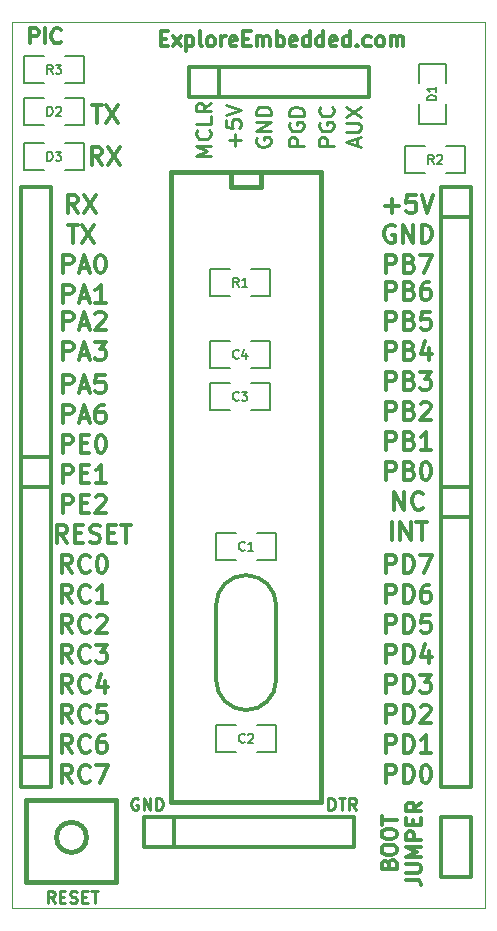
<source format=gto>
G04 #@! TF.FileFunction,Legend,Top*
%FSLAX46Y46*%
G04 Gerber Fmt 4.6, Leading zero omitted, Abs format (unit mm)*
G04 Created by KiCad (PCBNEW (2015-01-16 BZR 5376)-product) date 6/25/2015 4:24:30 PM*
%MOMM*%
G01*
G04 APERTURE LIST*
%ADD10C,0.150000*%
%ADD11C,0.300000*%
%ADD12C,0.254000*%
%ADD13C,0.100000*%
%ADD14C,0.317500*%
%ADD15C,0.127000*%
%ADD16C,0.304800*%
%ADD17C,0.381000*%
G04 APERTURE END LIST*
D10*
D11*
X220358286Y-146249571D02*
X220418762Y-146068142D01*
X220479238Y-146007666D01*
X220600190Y-145947190D01*
X220781619Y-145947190D01*
X220902571Y-146007666D01*
X220963048Y-146068142D01*
X221023524Y-146189095D01*
X221023524Y-146672904D01*
X219753524Y-146672904D01*
X219753524Y-146249571D01*
X219814000Y-146128618D01*
X219874476Y-146068142D01*
X219995429Y-146007666D01*
X220116381Y-146007666D01*
X220237333Y-146068142D01*
X220297810Y-146128618D01*
X220358286Y-146249571D01*
X220358286Y-146672904D01*
X219753524Y-145160999D02*
X219753524Y-144919095D01*
X219814000Y-144798142D01*
X219934952Y-144677190D01*
X220176857Y-144616714D01*
X220600190Y-144616714D01*
X220842095Y-144677190D01*
X220963048Y-144798142D01*
X221023524Y-144919095D01*
X221023524Y-145160999D01*
X220963048Y-145281952D01*
X220842095Y-145402904D01*
X220600190Y-145463380D01*
X220176857Y-145463380D01*
X219934952Y-145402904D01*
X219814000Y-145281952D01*
X219753524Y-145160999D01*
X219753524Y-143830523D02*
X219753524Y-143588619D01*
X219814000Y-143467666D01*
X219934952Y-143346714D01*
X220176857Y-143286238D01*
X220600190Y-143286238D01*
X220842095Y-143346714D01*
X220963048Y-143467666D01*
X221023524Y-143588619D01*
X221023524Y-143830523D01*
X220963048Y-143951476D01*
X220842095Y-144072428D01*
X220600190Y-144132904D01*
X220176857Y-144132904D01*
X219934952Y-144072428D01*
X219814000Y-143951476D01*
X219753524Y-143830523D01*
X219753524Y-142923381D02*
X219753524Y-142197666D01*
X221023524Y-142560523D02*
X219753524Y-142560523D01*
X221831524Y-147580048D02*
X222738667Y-147580048D01*
X222920095Y-147640524D01*
X223041048Y-147761476D01*
X223101524Y-147942905D01*
X223101524Y-148063857D01*
X221831524Y-146975286D02*
X222859619Y-146975286D01*
X222980571Y-146914810D01*
X223041048Y-146854334D01*
X223101524Y-146733381D01*
X223101524Y-146491477D01*
X223041048Y-146370524D01*
X222980571Y-146310048D01*
X222859619Y-146249572D01*
X221831524Y-146249572D01*
X223101524Y-145644810D02*
X221831524Y-145644810D01*
X222738667Y-145221477D01*
X221831524Y-144798143D01*
X223101524Y-144798143D01*
X223101524Y-144193381D02*
X221831524Y-144193381D01*
X221831524Y-143709572D01*
X221892000Y-143588619D01*
X221952476Y-143528143D01*
X222073429Y-143467667D01*
X222254857Y-143467667D01*
X222375810Y-143528143D01*
X222436286Y-143588619D01*
X222496762Y-143709572D01*
X222496762Y-144193381D01*
X222436286Y-142923381D02*
X222436286Y-142500048D01*
X223101524Y-142318619D02*
X223101524Y-142923381D01*
X221831524Y-142923381D01*
X221831524Y-142318619D01*
X223101524Y-141048619D02*
X222496762Y-141471952D01*
X223101524Y-141774333D02*
X221831524Y-141774333D01*
X221831524Y-141290524D01*
X221892000Y-141169571D01*
X221952476Y-141109095D01*
X222073429Y-141048619D01*
X222254857Y-141048619D01*
X222375810Y-141109095D01*
X222436286Y-141169571D01*
X222496762Y-141290524D01*
X222496762Y-141774333D01*
D12*
X215246858Y-141683619D02*
X215246858Y-140667619D01*
X215488763Y-140667619D01*
X215633905Y-140716000D01*
X215730667Y-140812762D01*
X215779048Y-140909524D01*
X215827429Y-141103048D01*
X215827429Y-141248190D01*
X215779048Y-141441714D01*
X215730667Y-141538476D01*
X215633905Y-141635238D01*
X215488763Y-141683619D01*
X215246858Y-141683619D01*
X216117715Y-140667619D02*
X216698286Y-140667619D01*
X216408001Y-141683619D02*
X216408001Y-140667619D01*
X217617524Y-141683619D02*
X217278858Y-141199810D01*
X217036953Y-141683619D02*
X217036953Y-140667619D01*
X217424000Y-140667619D01*
X217520762Y-140716000D01*
X217569143Y-140764381D01*
X217617524Y-140861143D01*
X217617524Y-141006286D01*
X217569143Y-141103048D01*
X217520762Y-141151429D01*
X217424000Y-141199810D01*
X217036953Y-141199810D01*
X199123905Y-140716000D02*
X199027143Y-140667619D01*
X198882000Y-140667619D01*
X198736858Y-140716000D01*
X198640096Y-140812762D01*
X198591715Y-140909524D01*
X198543334Y-141103048D01*
X198543334Y-141248190D01*
X198591715Y-141441714D01*
X198640096Y-141538476D01*
X198736858Y-141635238D01*
X198882000Y-141683619D01*
X198978762Y-141683619D01*
X199123905Y-141635238D01*
X199172286Y-141586857D01*
X199172286Y-141248190D01*
X198978762Y-141248190D01*
X199607715Y-141683619D02*
X199607715Y-140667619D01*
X200188286Y-141683619D01*
X200188286Y-140667619D01*
X200672096Y-141683619D02*
X200672096Y-140667619D01*
X200914001Y-140667619D01*
X201059143Y-140716000D01*
X201155905Y-140812762D01*
X201204286Y-140909524D01*
X201252667Y-141103048D01*
X201252667Y-141248190D01*
X201204286Y-141441714D01*
X201155905Y-141538476D01*
X201059143Y-141635238D01*
X200914001Y-141683619D01*
X200672096Y-141683619D01*
D11*
X195199143Y-81982571D02*
X196056286Y-81982571D01*
X195627715Y-83482571D02*
X195627715Y-81982571D01*
X196413429Y-81982571D02*
X197413429Y-83482571D01*
X197413429Y-81982571D02*
X196413429Y-83482571D01*
D13*
X228500000Y-150000000D02*
X188500000Y-150000000D01*
X228500000Y-75000000D02*
X228500000Y-150000000D01*
X188500000Y-75000000D02*
X188500000Y-150000000D01*
X188500000Y-75000000D02*
X228500000Y-75000000D01*
D11*
X189992000Y-76774524D02*
X189992000Y-75504524D01*
X190475809Y-75504524D01*
X190596762Y-75565000D01*
X190657238Y-75625476D01*
X190717714Y-75746429D01*
X190717714Y-75927857D01*
X190657238Y-76048810D01*
X190596762Y-76109286D01*
X190475809Y-76169762D01*
X189992000Y-76169762D01*
X191262000Y-76774524D02*
X191262000Y-75504524D01*
X192592476Y-76653571D02*
X192532000Y-76714048D01*
X192350571Y-76774524D01*
X192229619Y-76774524D01*
X192048191Y-76714048D01*
X191927238Y-76593095D01*
X191866762Y-76472143D01*
X191806286Y-76230238D01*
X191806286Y-76048810D01*
X191866762Y-75806905D01*
X191927238Y-75685952D01*
X192048191Y-75565000D01*
X192229619Y-75504524D01*
X192350571Y-75504524D01*
X192532000Y-75565000D01*
X192592476Y-75625476D01*
X196092001Y-87038571D02*
X195592001Y-86324286D01*
X195234858Y-87038571D02*
X195234858Y-85538571D01*
X195806286Y-85538571D01*
X195949144Y-85610000D01*
X196020572Y-85681429D01*
X196092001Y-85824286D01*
X196092001Y-86038571D01*
X196020572Y-86181429D01*
X195949144Y-86252857D01*
X195806286Y-86324286D01*
X195234858Y-86324286D01*
X196592001Y-85538571D02*
X197592001Y-87038571D01*
X197592001Y-85538571D02*
X196592001Y-87038571D01*
D14*
X201047048Y-76363286D02*
X201470381Y-76363286D01*
X201651810Y-77028524D02*
X201047048Y-77028524D01*
X201047048Y-75758524D01*
X201651810Y-75758524D01*
X202075144Y-77028524D02*
X202740382Y-76181857D01*
X202075144Y-76181857D02*
X202740382Y-77028524D01*
X203224191Y-76181857D02*
X203224191Y-77451857D01*
X203224191Y-76242333D02*
X203345143Y-76181857D01*
X203587048Y-76181857D01*
X203708000Y-76242333D01*
X203768477Y-76302810D01*
X203828953Y-76423762D01*
X203828953Y-76786619D01*
X203768477Y-76907571D01*
X203708000Y-76968048D01*
X203587048Y-77028524D01*
X203345143Y-77028524D01*
X203224191Y-76968048D01*
X204554668Y-77028524D02*
X204433715Y-76968048D01*
X204373239Y-76847095D01*
X204373239Y-75758524D01*
X205219906Y-77028524D02*
X205098953Y-76968048D01*
X205038477Y-76907571D01*
X204978001Y-76786619D01*
X204978001Y-76423762D01*
X205038477Y-76302810D01*
X205098953Y-76242333D01*
X205219906Y-76181857D01*
X205401334Y-76181857D01*
X205522286Y-76242333D01*
X205582763Y-76302810D01*
X205643239Y-76423762D01*
X205643239Y-76786619D01*
X205582763Y-76907571D01*
X205522286Y-76968048D01*
X205401334Y-77028524D01*
X205219906Y-77028524D01*
X206187525Y-77028524D02*
X206187525Y-76181857D01*
X206187525Y-76423762D02*
X206248001Y-76302810D01*
X206308477Y-76242333D01*
X206429430Y-76181857D01*
X206550382Y-76181857D01*
X207457524Y-76968048D02*
X207336572Y-77028524D01*
X207094667Y-77028524D01*
X206973715Y-76968048D01*
X206913239Y-76847095D01*
X206913239Y-76363286D01*
X206973715Y-76242333D01*
X207094667Y-76181857D01*
X207336572Y-76181857D01*
X207457524Y-76242333D01*
X207518001Y-76363286D01*
X207518001Y-76484238D01*
X206913239Y-76605190D01*
X208062286Y-76363286D02*
X208485619Y-76363286D01*
X208667048Y-77028524D02*
X208062286Y-77028524D01*
X208062286Y-75758524D01*
X208667048Y-75758524D01*
X209211334Y-77028524D02*
X209211334Y-76181857D01*
X209211334Y-76302810D02*
X209271810Y-76242333D01*
X209392763Y-76181857D01*
X209574191Y-76181857D01*
X209695143Y-76242333D01*
X209755620Y-76363286D01*
X209755620Y-77028524D01*
X209755620Y-76363286D02*
X209816096Y-76242333D01*
X209937048Y-76181857D01*
X210118477Y-76181857D01*
X210239429Y-76242333D01*
X210299905Y-76363286D01*
X210299905Y-77028524D01*
X210904667Y-77028524D02*
X210904667Y-75758524D01*
X210904667Y-76242333D02*
X211025619Y-76181857D01*
X211267524Y-76181857D01*
X211388476Y-76242333D01*
X211448953Y-76302810D01*
X211509429Y-76423762D01*
X211509429Y-76786619D01*
X211448953Y-76907571D01*
X211388476Y-76968048D01*
X211267524Y-77028524D01*
X211025619Y-77028524D01*
X210904667Y-76968048D01*
X212537524Y-76968048D02*
X212416572Y-77028524D01*
X212174667Y-77028524D01*
X212053715Y-76968048D01*
X211993239Y-76847095D01*
X211993239Y-76363286D01*
X212053715Y-76242333D01*
X212174667Y-76181857D01*
X212416572Y-76181857D01*
X212537524Y-76242333D01*
X212598001Y-76363286D01*
X212598001Y-76484238D01*
X211993239Y-76605190D01*
X213686572Y-77028524D02*
X213686572Y-75758524D01*
X213686572Y-76968048D02*
X213565619Y-77028524D01*
X213323715Y-77028524D01*
X213202762Y-76968048D01*
X213142286Y-76907571D01*
X213081810Y-76786619D01*
X213081810Y-76423762D01*
X213142286Y-76302810D01*
X213202762Y-76242333D01*
X213323715Y-76181857D01*
X213565619Y-76181857D01*
X213686572Y-76242333D01*
X214835620Y-77028524D02*
X214835620Y-75758524D01*
X214835620Y-76968048D02*
X214714667Y-77028524D01*
X214472763Y-77028524D01*
X214351810Y-76968048D01*
X214291334Y-76907571D01*
X214230858Y-76786619D01*
X214230858Y-76423762D01*
X214291334Y-76302810D01*
X214351810Y-76242333D01*
X214472763Y-76181857D01*
X214714667Y-76181857D01*
X214835620Y-76242333D01*
X215924191Y-76968048D02*
X215803239Y-77028524D01*
X215561334Y-77028524D01*
X215440382Y-76968048D01*
X215379906Y-76847095D01*
X215379906Y-76363286D01*
X215440382Y-76242333D01*
X215561334Y-76181857D01*
X215803239Y-76181857D01*
X215924191Y-76242333D01*
X215984668Y-76363286D01*
X215984668Y-76484238D01*
X215379906Y-76605190D01*
X217073239Y-77028524D02*
X217073239Y-75758524D01*
X217073239Y-76968048D02*
X216952286Y-77028524D01*
X216710382Y-77028524D01*
X216589429Y-76968048D01*
X216528953Y-76907571D01*
X216468477Y-76786619D01*
X216468477Y-76423762D01*
X216528953Y-76302810D01*
X216589429Y-76242333D01*
X216710382Y-76181857D01*
X216952286Y-76181857D01*
X217073239Y-76242333D01*
X217678001Y-76907571D02*
X217738477Y-76968048D01*
X217678001Y-77028524D01*
X217617525Y-76968048D01*
X217678001Y-76907571D01*
X217678001Y-77028524D01*
X218827049Y-76968048D02*
X218706096Y-77028524D01*
X218464192Y-77028524D01*
X218343239Y-76968048D01*
X218282763Y-76907571D01*
X218222287Y-76786619D01*
X218222287Y-76423762D01*
X218282763Y-76302810D01*
X218343239Y-76242333D01*
X218464192Y-76181857D01*
X218706096Y-76181857D01*
X218827049Y-76242333D01*
X219552763Y-77028524D02*
X219431810Y-76968048D01*
X219371334Y-76907571D01*
X219310858Y-76786619D01*
X219310858Y-76423762D01*
X219371334Y-76302810D01*
X219431810Y-76242333D01*
X219552763Y-76181857D01*
X219734191Y-76181857D01*
X219855143Y-76242333D01*
X219915620Y-76302810D01*
X219976096Y-76423762D01*
X219976096Y-76786619D01*
X219915620Y-76907571D01*
X219855143Y-76968048D01*
X219734191Y-77028524D01*
X219552763Y-77028524D01*
X220520382Y-77028524D02*
X220520382Y-76181857D01*
X220520382Y-76302810D02*
X220580858Y-76242333D01*
X220701811Y-76181857D01*
X220883239Y-76181857D01*
X221004191Y-76242333D01*
X221064668Y-76363286D01*
X221064668Y-77028524D01*
X221064668Y-76363286D02*
X221125144Y-76242333D01*
X221246096Y-76181857D01*
X221427525Y-76181857D01*
X221548477Y-76242333D01*
X221608953Y-76363286D01*
X221608953Y-77028524D01*
D11*
X220638857Y-118788571D02*
X220638857Y-117288571D01*
X221353143Y-118788571D02*
X221353143Y-117288571D01*
X222210286Y-118788571D01*
X222210286Y-117288571D01*
X222710286Y-117288571D02*
X223567429Y-117288571D01*
X223138858Y-118788571D02*
X223138858Y-117288571D01*
X220817429Y-116248571D02*
X220817429Y-114748571D01*
X221674572Y-116248571D01*
X221674572Y-114748571D01*
X223246001Y-116105714D02*
X223174572Y-116177143D01*
X222960286Y-116248571D01*
X222817429Y-116248571D01*
X222603144Y-116177143D01*
X222460286Y-116034286D01*
X222388858Y-115891429D01*
X222317429Y-115605714D01*
X222317429Y-115391429D01*
X222388858Y-115105714D01*
X222460286Y-114962857D01*
X222603144Y-114820000D01*
X222817429Y-114748571D01*
X222960286Y-114748571D01*
X223174572Y-114820000D01*
X223246001Y-114891429D01*
X220067429Y-90531143D02*
X221210286Y-90531143D01*
X220638857Y-91102571D02*
X220638857Y-89959714D01*
X222638858Y-89602571D02*
X221924572Y-89602571D01*
X221853143Y-90316857D01*
X221924572Y-90245429D01*
X222067429Y-90174000D01*
X222424572Y-90174000D01*
X222567429Y-90245429D01*
X222638858Y-90316857D01*
X222710286Y-90459714D01*
X222710286Y-90816857D01*
X222638858Y-90959714D01*
X222567429Y-91031143D01*
X222424572Y-91102571D01*
X222067429Y-91102571D01*
X221924572Y-91031143D01*
X221853143Y-90959714D01*
X223138857Y-89602571D02*
X223638857Y-91102571D01*
X224138857Y-89602571D01*
X220853143Y-92214000D02*
X220710286Y-92142571D01*
X220496000Y-92142571D01*
X220281715Y-92214000D01*
X220138857Y-92356857D01*
X220067429Y-92499714D01*
X219996000Y-92785429D01*
X219996000Y-92999714D01*
X220067429Y-93285429D01*
X220138857Y-93428286D01*
X220281715Y-93571143D01*
X220496000Y-93642571D01*
X220638857Y-93642571D01*
X220853143Y-93571143D01*
X220924572Y-93499714D01*
X220924572Y-92999714D01*
X220638857Y-92999714D01*
X221567429Y-93642571D02*
X221567429Y-92142571D01*
X222424572Y-93642571D01*
X222424572Y-92142571D01*
X223138858Y-93642571D02*
X223138858Y-92142571D01*
X223496001Y-92142571D01*
X223710286Y-92214000D01*
X223853144Y-92356857D01*
X223924572Y-92499714D01*
X223996001Y-92785429D01*
X223996001Y-92999714D01*
X223924572Y-93285429D01*
X223853144Y-93428286D01*
X223710286Y-93571143D01*
X223496001Y-93642571D01*
X223138858Y-93642571D01*
X220138858Y-113708571D02*
X220138858Y-112208571D01*
X220710286Y-112208571D01*
X220853144Y-112280000D01*
X220924572Y-112351429D01*
X220996001Y-112494286D01*
X220996001Y-112708571D01*
X220924572Y-112851429D01*
X220853144Y-112922857D01*
X220710286Y-112994286D01*
X220138858Y-112994286D01*
X222138858Y-112922857D02*
X222353144Y-112994286D01*
X222424572Y-113065714D01*
X222496001Y-113208571D01*
X222496001Y-113422857D01*
X222424572Y-113565714D01*
X222353144Y-113637143D01*
X222210286Y-113708571D01*
X221638858Y-113708571D01*
X221638858Y-112208571D01*
X222138858Y-112208571D01*
X222281715Y-112280000D01*
X222353144Y-112351429D01*
X222424572Y-112494286D01*
X222424572Y-112637143D01*
X222353144Y-112780000D01*
X222281715Y-112851429D01*
X222138858Y-112922857D01*
X221638858Y-112922857D01*
X223424572Y-112208571D02*
X223567429Y-112208571D01*
X223710286Y-112280000D01*
X223781715Y-112351429D01*
X223853144Y-112494286D01*
X223924572Y-112780000D01*
X223924572Y-113137143D01*
X223853144Y-113422857D01*
X223781715Y-113565714D01*
X223710286Y-113637143D01*
X223567429Y-113708571D01*
X223424572Y-113708571D01*
X223281715Y-113637143D01*
X223210286Y-113565714D01*
X223138858Y-113422857D01*
X223067429Y-113137143D01*
X223067429Y-112780000D01*
X223138858Y-112494286D01*
X223210286Y-112351429D01*
X223281715Y-112280000D01*
X223424572Y-112208571D01*
X220138858Y-111168571D02*
X220138858Y-109668571D01*
X220710286Y-109668571D01*
X220853144Y-109740000D01*
X220924572Y-109811429D01*
X220996001Y-109954286D01*
X220996001Y-110168571D01*
X220924572Y-110311429D01*
X220853144Y-110382857D01*
X220710286Y-110454286D01*
X220138858Y-110454286D01*
X222138858Y-110382857D02*
X222353144Y-110454286D01*
X222424572Y-110525714D01*
X222496001Y-110668571D01*
X222496001Y-110882857D01*
X222424572Y-111025714D01*
X222353144Y-111097143D01*
X222210286Y-111168571D01*
X221638858Y-111168571D01*
X221638858Y-109668571D01*
X222138858Y-109668571D01*
X222281715Y-109740000D01*
X222353144Y-109811429D01*
X222424572Y-109954286D01*
X222424572Y-110097143D01*
X222353144Y-110240000D01*
X222281715Y-110311429D01*
X222138858Y-110382857D01*
X221638858Y-110382857D01*
X223924572Y-111168571D02*
X223067429Y-111168571D01*
X223496001Y-111168571D02*
X223496001Y-109668571D01*
X223353144Y-109882857D01*
X223210286Y-110025714D01*
X223067429Y-110097143D01*
X220138858Y-108628571D02*
X220138858Y-107128571D01*
X220710286Y-107128571D01*
X220853144Y-107200000D01*
X220924572Y-107271429D01*
X220996001Y-107414286D01*
X220996001Y-107628571D01*
X220924572Y-107771429D01*
X220853144Y-107842857D01*
X220710286Y-107914286D01*
X220138858Y-107914286D01*
X222138858Y-107842857D02*
X222353144Y-107914286D01*
X222424572Y-107985714D01*
X222496001Y-108128571D01*
X222496001Y-108342857D01*
X222424572Y-108485714D01*
X222353144Y-108557143D01*
X222210286Y-108628571D01*
X221638858Y-108628571D01*
X221638858Y-107128571D01*
X222138858Y-107128571D01*
X222281715Y-107200000D01*
X222353144Y-107271429D01*
X222424572Y-107414286D01*
X222424572Y-107557143D01*
X222353144Y-107700000D01*
X222281715Y-107771429D01*
X222138858Y-107842857D01*
X221638858Y-107842857D01*
X223067429Y-107271429D02*
X223138858Y-107200000D01*
X223281715Y-107128571D01*
X223638858Y-107128571D01*
X223781715Y-107200000D01*
X223853144Y-107271429D01*
X223924572Y-107414286D01*
X223924572Y-107557143D01*
X223853144Y-107771429D01*
X222996001Y-108628571D01*
X223924572Y-108628571D01*
X220138858Y-106088571D02*
X220138858Y-104588571D01*
X220710286Y-104588571D01*
X220853144Y-104660000D01*
X220924572Y-104731429D01*
X220996001Y-104874286D01*
X220996001Y-105088571D01*
X220924572Y-105231429D01*
X220853144Y-105302857D01*
X220710286Y-105374286D01*
X220138858Y-105374286D01*
X222138858Y-105302857D02*
X222353144Y-105374286D01*
X222424572Y-105445714D01*
X222496001Y-105588571D01*
X222496001Y-105802857D01*
X222424572Y-105945714D01*
X222353144Y-106017143D01*
X222210286Y-106088571D01*
X221638858Y-106088571D01*
X221638858Y-104588571D01*
X222138858Y-104588571D01*
X222281715Y-104660000D01*
X222353144Y-104731429D01*
X222424572Y-104874286D01*
X222424572Y-105017143D01*
X222353144Y-105160000D01*
X222281715Y-105231429D01*
X222138858Y-105302857D01*
X221638858Y-105302857D01*
X222996001Y-104588571D02*
X223924572Y-104588571D01*
X223424572Y-105160000D01*
X223638858Y-105160000D01*
X223781715Y-105231429D01*
X223853144Y-105302857D01*
X223924572Y-105445714D01*
X223924572Y-105802857D01*
X223853144Y-105945714D01*
X223781715Y-106017143D01*
X223638858Y-106088571D01*
X223210286Y-106088571D01*
X223067429Y-106017143D01*
X222996001Y-105945714D01*
X220138858Y-103548571D02*
X220138858Y-102048571D01*
X220710286Y-102048571D01*
X220853144Y-102120000D01*
X220924572Y-102191429D01*
X220996001Y-102334286D01*
X220996001Y-102548571D01*
X220924572Y-102691429D01*
X220853144Y-102762857D01*
X220710286Y-102834286D01*
X220138858Y-102834286D01*
X222138858Y-102762857D02*
X222353144Y-102834286D01*
X222424572Y-102905714D01*
X222496001Y-103048571D01*
X222496001Y-103262857D01*
X222424572Y-103405714D01*
X222353144Y-103477143D01*
X222210286Y-103548571D01*
X221638858Y-103548571D01*
X221638858Y-102048571D01*
X222138858Y-102048571D01*
X222281715Y-102120000D01*
X222353144Y-102191429D01*
X222424572Y-102334286D01*
X222424572Y-102477143D01*
X222353144Y-102620000D01*
X222281715Y-102691429D01*
X222138858Y-102762857D01*
X221638858Y-102762857D01*
X223781715Y-102548571D02*
X223781715Y-103548571D01*
X223424572Y-101977143D02*
X223067429Y-103048571D01*
X223996001Y-103048571D01*
X220138858Y-101008571D02*
X220138858Y-99508571D01*
X220710286Y-99508571D01*
X220853144Y-99580000D01*
X220924572Y-99651429D01*
X220996001Y-99794286D01*
X220996001Y-100008571D01*
X220924572Y-100151429D01*
X220853144Y-100222857D01*
X220710286Y-100294286D01*
X220138858Y-100294286D01*
X222138858Y-100222857D02*
X222353144Y-100294286D01*
X222424572Y-100365714D01*
X222496001Y-100508571D01*
X222496001Y-100722857D01*
X222424572Y-100865714D01*
X222353144Y-100937143D01*
X222210286Y-101008571D01*
X221638858Y-101008571D01*
X221638858Y-99508571D01*
X222138858Y-99508571D01*
X222281715Y-99580000D01*
X222353144Y-99651429D01*
X222424572Y-99794286D01*
X222424572Y-99937143D01*
X222353144Y-100080000D01*
X222281715Y-100151429D01*
X222138858Y-100222857D01*
X221638858Y-100222857D01*
X223853144Y-99508571D02*
X223138858Y-99508571D01*
X223067429Y-100222857D01*
X223138858Y-100151429D01*
X223281715Y-100080000D01*
X223638858Y-100080000D01*
X223781715Y-100151429D01*
X223853144Y-100222857D01*
X223924572Y-100365714D01*
X223924572Y-100722857D01*
X223853144Y-100865714D01*
X223781715Y-100937143D01*
X223638858Y-101008571D01*
X223281715Y-101008571D01*
X223138858Y-100937143D01*
X223067429Y-100865714D01*
X220138858Y-98468571D02*
X220138858Y-96968571D01*
X220710286Y-96968571D01*
X220853144Y-97040000D01*
X220924572Y-97111429D01*
X220996001Y-97254286D01*
X220996001Y-97468571D01*
X220924572Y-97611429D01*
X220853144Y-97682857D01*
X220710286Y-97754286D01*
X220138858Y-97754286D01*
X222138858Y-97682857D02*
X222353144Y-97754286D01*
X222424572Y-97825714D01*
X222496001Y-97968571D01*
X222496001Y-98182857D01*
X222424572Y-98325714D01*
X222353144Y-98397143D01*
X222210286Y-98468571D01*
X221638858Y-98468571D01*
X221638858Y-96968571D01*
X222138858Y-96968571D01*
X222281715Y-97040000D01*
X222353144Y-97111429D01*
X222424572Y-97254286D01*
X222424572Y-97397143D01*
X222353144Y-97540000D01*
X222281715Y-97611429D01*
X222138858Y-97682857D01*
X221638858Y-97682857D01*
X223781715Y-96968571D02*
X223496001Y-96968571D01*
X223353144Y-97040000D01*
X223281715Y-97111429D01*
X223138858Y-97325714D01*
X223067429Y-97611429D01*
X223067429Y-98182857D01*
X223138858Y-98325714D01*
X223210286Y-98397143D01*
X223353144Y-98468571D01*
X223638858Y-98468571D01*
X223781715Y-98397143D01*
X223853144Y-98325714D01*
X223924572Y-98182857D01*
X223924572Y-97825714D01*
X223853144Y-97682857D01*
X223781715Y-97611429D01*
X223638858Y-97540000D01*
X223353144Y-97540000D01*
X223210286Y-97611429D01*
X223138858Y-97682857D01*
X223067429Y-97825714D01*
X220138858Y-96182571D02*
X220138858Y-94682571D01*
X220710286Y-94682571D01*
X220853144Y-94754000D01*
X220924572Y-94825429D01*
X220996001Y-94968286D01*
X220996001Y-95182571D01*
X220924572Y-95325429D01*
X220853144Y-95396857D01*
X220710286Y-95468286D01*
X220138858Y-95468286D01*
X222138858Y-95396857D02*
X222353144Y-95468286D01*
X222424572Y-95539714D01*
X222496001Y-95682571D01*
X222496001Y-95896857D01*
X222424572Y-96039714D01*
X222353144Y-96111143D01*
X222210286Y-96182571D01*
X221638858Y-96182571D01*
X221638858Y-94682571D01*
X222138858Y-94682571D01*
X222281715Y-94754000D01*
X222353144Y-94825429D01*
X222424572Y-94968286D01*
X222424572Y-95111143D01*
X222353144Y-95254000D01*
X222281715Y-95325429D01*
X222138858Y-95396857D01*
X221638858Y-95396857D01*
X222996001Y-94682571D02*
X223996001Y-94682571D01*
X223353144Y-96182571D01*
X220138858Y-139362571D02*
X220138858Y-137862571D01*
X220710286Y-137862571D01*
X220853144Y-137934000D01*
X220924572Y-138005429D01*
X220996001Y-138148286D01*
X220996001Y-138362571D01*
X220924572Y-138505429D01*
X220853144Y-138576857D01*
X220710286Y-138648286D01*
X220138858Y-138648286D01*
X221638858Y-139362571D02*
X221638858Y-137862571D01*
X221996001Y-137862571D01*
X222210286Y-137934000D01*
X222353144Y-138076857D01*
X222424572Y-138219714D01*
X222496001Y-138505429D01*
X222496001Y-138719714D01*
X222424572Y-139005429D01*
X222353144Y-139148286D01*
X222210286Y-139291143D01*
X221996001Y-139362571D01*
X221638858Y-139362571D01*
X223424572Y-137862571D02*
X223567429Y-137862571D01*
X223710286Y-137934000D01*
X223781715Y-138005429D01*
X223853144Y-138148286D01*
X223924572Y-138434000D01*
X223924572Y-138791143D01*
X223853144Y-139076857D01*
X223781715Y-139219714D01*
X223710286Y-139291143D01*
X223567429Y-139362571D01*
X223424572Y-139362571D01*
X223281715Y-139291143D01*
X223210286Y-139219714D01*
X223138858Y-139076857D01*
X223067429Y-138791143D01*
X223067429Y-138434000D01*
X223138858Y-138148286D01*
X223210286Y-138005429D01*
X223281715Y-137934000D01*
X223424572Y-137862571D01*
X220138858Y-136822571D02*
X220138858Y-135322571D01*
X220710286Y-135322571D01*
X220853144Y-135394000D01*
X220924572Y-135465429D01*
X220996001Y-135608286D01*
X220996001Y-135822571D01*
X220924572Y-135965429D01*
X220853144Y-136036857D01*
X220710286Y-136108286D01*
X220138858Y-136108286D01*
X221638858Y-136822571D02*
X221638858Y-135322571D01*
X221996001Y-135322571D01*
X222210286Y-135394000D01*
X222353144Y-135536857D01*
X222424572Y-135679714D01*
X222496001Y-135965429D01*
X222496001Y-136179714D01*
X222424572Y-136465429D01*
X222353144Y-136608286D01*
X222210286Y-136751143D01*
X221996001Y-136822571D01*
X221638858Y-136822571D01*
X223924572Y-136822571D02*
X223067429Y-136822571D01*
X223496001Y-136822571D02*
X223496001Y-135322571D01*
X223353144Y-135536857D01*
X223210286Y-135679714D01*
X223067429Y-135751143D01*
X220138858Y-134282571D02*
X220138858Y-132782571D01*
X220710286Y-132782571D01*
X220853144Y-132854000D01*
X220924572Y-132925429D01*
X220996001Y-133068286D01*
X220996001Y-133282571D01*
X220924572Y-133425429D01*
X220853144Y-133496857D01*
X220710286Y-133568286D01*
X220138858Y-133568286D01*
X221638858Y-134282571D02*
X221638858Y-132782571D01*
X221996001Y-132782571D01*
X222210286Y-132854000D01*
X222353144Y-132996857D01*
X222424572Y-133139714D01*
X222496001Y-133425429D01*
X222496001Y-133639714D01*
X222424572Y-133925429D01*
X222353144Y-134068286D01*
X222210286Y-134211143D01*
X221996001Y-134282571D01*
X221638858Y-134282571D01*
X223067429Y-132925429D02*
X223138858Y-132854000D01*
X223281715Y-132782571D01*
X223638858Y-132782571D01*
X223781715Y-132854000D01*
X223853144Y-132925429D01*
X223924572Y-133068286D01*
X223924572Y-133211143D01*
X223853144Y-133425429D01*
X222996001Y-134282571D01*
X223924572Y-134282571D01*
X220138858Y-131742571D02*
X220138858Y-130242571D01*
X220710286Y-130242571D01*
X220853144Y-130314000D01*
X220924572Y-130385429D01*
X220996001Y-130528286D01*
X220996001Y-130742571D01*
X220924572Y-130885429D01*
X220853144Y-130956857D01*
X220710286Y-131028286D01*
X220138858Y-131028286D01*
X221638858Y-131742571D02*
X221638858Y-130242571D01*
X221996001Y-130242571D01*
X222210286Y-130314000D01*
X222353144Y-130456857D01*
X222424572Y-130599714D01*
X222496001Y-130885429D01*
X222496001Y-131099714D01*
X222424572Y-131385429D01*
X222353144Y-131528286D01*
X222210286Y-131671143D01*
X221996001Y-131742571D01*
X221638858Y-131742571D01*
X222996001Y-130242571D02*
X223924572Y-130242571D01*
X223424572Y-130814000D01*
X223638858Y-130814000D01*
X223781715Y-130885429D01*
X223853144Y-130956857D01*
X223924572Y-131099714D01*
X223924572Y-131456857D01*
X223853144Y-131599714D01*
X223781715Y-131671143D01*
X223638858Y-131742571D01*
X223210286Y-131742571D01*
X223067429Y-131671143D01*
X222996001Y-131599714D01*
X220138858Y-129202571D02*
X220138858Y-127702571D01*
X220710286Y-127702571D01*
X220853144Y-127774000D01*
X220924572Y-127845429D01*
X220996001Y-127988286D01*
X220996001Y-128202571D01*
X220924572Y-128345429D01*
X220853144Y-128416857D01*
X220710286Y-128488286D01*
X220138858Y-128488286D01*
X221638858Y-129202571D02*
X221638858Y-127702571D01*
X221996001Y-127702571D01*
X222210286Y-127774000D01*
X222353144Y-127916857D01*
X222424572Y-128059714D01*
X222496001Y-128345429D01*
X222496001Y-128559714D01*
X222424572Y-128845429D01*
X222353144Y-128988286D01*
X222210286Y-129131143D01*
X221996001Y-129202571D01*
X221638858Y-129202571D01*
X223781715Y-128202571D02*
X223781715Y-129202571D01*
X223424572Y-127631143D02*
X223067429Y-128702571D01*
X223996001Y-128702571D01*
X220138858Y-126662571D02*
X220138858Y-125162571D01*
X220710286Y-125162571D01*
X220853144Y-125234000D01*
X220924572Y-125305429D01*
X220996001Y-125448286D01*
X220996001Y-125662571D01*
X220924572Y-125805429D01*
X220853144Y-125876857D01*
X220710286Y-125948286D01*
X220138858Y-125948286D01*
X221638858Y-126662571D02*
X221638858Y-125162571D01*
X221996001Y-125162571D01*
X222210286Y-125234000D01*
X222353144Y-125376857D01*
X222424572Y-125519714D01*
X222496001Y-125805429D01*
X222496001Y-126019714D01*
X222424572Y-126305429D01*
X222353144Y-126448286D01*
X222210286Y-126591143D01*
X221996001Y-126662571D01*
X221638858Y-126662571D01*
X223853144Y-125162571D02*
X223138858Y-125162571D01*
X223067429Y-125876857D01*
X223138858Y-125805429D01*
X223281715Y-125734000D01*
X223638858Y-125734000D01*
X223781715Y-125805429D01*
X223853144Y-125876857D01*
X223924572Y-126019714D01*
X223924572Y-126376857D01*
X223853144Y-126519714D01*
X223781715Y-126591143D01*
X223638858Y-126662571D01*
X223281715Y-126662571D01*
X223138858Y-126591143D01*
X223067429Y-126519714D01*
X220138858Y-124122571D02*
X220138858Y-122622571D01*
X220710286Y-122622571D01*
X220853144Y-122694000D01*
X220924572Y-122765429D01*
X220996001Y-122908286D01*
X220996001Y-123122571D01*
X220924572Y-123265429D01*
X220853144Y-123336857D01*
X220710286Y-123408286D01*
X220138858Y-123408286D01*
X221638858Y-124122571D02*
X221638858Y-122622571D01*
X221996001Y-122622571D01*
X222210286Y-122694000D01*
X222353144Y-122836857D01*
X222424572Y-122979714D01*
X222496001Y-123265429D01*
X222496001Y-123479714D01*
X222424572Y-123765429D01*
X222353144Y-123908286D01*
X222210286Y-124051143D01*
X221996001Y-124122571D01*
X221638858Y-124122571D01*
X223781715Y-122622571D02*
X223496001Y-122622571D01*
X223353144Y-122694000D01*
X223281715Y-122765429D01*
X223138858Y-122979714D01*
X223067429Y-123265429D01*
X223067429Y-123836857D01*
X223138858Y-123979714D01*
X223210286Y-124051143D01*
X223353144Y-124122571D01*
X223638858Y-124122571D01*
X223781715Y-124051143D01*
X223853144Y-123979714D01*
X223924572Y-123836857D01*
X223924572Y-123479714D01*
X223853144Y-123336857D01*
X223781715Y-123265429D01*
X223638858Y-123194000D01*
X223353144Y-123194000D01*
X223210286Y-123265429D01*
X223138858Y-123336857D01*
X223067429Y-123479714D01*
X220138858Y-121582571D02*
X220138858Y-120082571D01*
X220710286Y-120082571D01*
X220853144Y-120154000D01*
X220924572Y-120225429D01*
X220996001Y-120368286D01*
X220996001Y-120582571D01*
X220924572Y-120725429D01*
X220853144Y-120796857D01*
X220710286Y-120868286D01*
X220138858Y-120868286D01*
X221638858Y-121582571D02*
X221638858Y-120082571D01*
X221996001Y-120082571D01*
X222210286Y-120154000D01*
X222353144Y-120296857D01*
X222424572Y-120439714D01*
X222496001Y-120725429D01*
X222496001Y-120939714D01*
X222424572Y-121225429D01*
X222353144Y-121368286D01*
X222210286Y-121511143D01*
X221996001Y-121582571D01*
X221638858Y-121582571D01*
X222996001Y-120082571D02*
X223996001Y-120082571D01*
X223353144Y-121582571D01*
X193147429Y-119042571D02*
X192647429Y-118328286D01*
X192290286Y-119042571D02*
X192290286Y-117542571D01*
X192861714Y-117542571D01*
X193004572Y-117614000D01*
X193076000Y-117685429D01*
X193147429Y-117828286D01*
X193147429Y-118042571D01*
X193076000Y-118185429D01*
X193004572Y-118256857D01*
X192861714Y-118328286D01*
X192290286Y-118328286D01*
X193790286Y-118256857D02*
X194290286Y-118256857D01*
X194504572Y-119042571D02*
X193790286Y-119042571D01*
X193790286Y-117542571D01*
X194504572Y-117542571D01*
X195076000Y-118971143D02*
X195290286Y-119042571D01*
X195647429Y-119042571D01*
X195790286Y-118971143D01*
X195861715Y-118899714D01*
X195933143Y-118756857D01*
X195933143Y-118614000D01*
X195861715Y-118471143D01*
X195790286Y-118399714D01*
X195647429Y-118328286D01*
X195361715Y-118256857D01*
X195218857Y-118185429D01*
X195147429Y-118114000D01*
X195076000Y-117971143D01*
X195076000Y-117828286D01*
X195147429Y-117685429D01*
X195218857Y-117614000D01*
X195361715Y-117542571D01*
X195718857Y-117542571D01*
X195933143Y-117614000D01*
X196576000Y-118256857D02*
X197076000Y-118256857D01*
X197290286Y-119042571D02*
X196576000Y-119042571D01*
X196576000Y-117542571D01*
X197290286Y-117542571D01*
X197718857Y-117542571D02*
X198576000Y-117542571D01*
X198147429Y-119042571D02*
X198147429Y-117542571D01*
X193564001Y-139362571D02*
X193064001Y-138648286D01*
X192706858Y-139362571D02*
X192706858Y-137862571D01*
X193278286Y-137862571D01*
X193421144Y-137934000D01*
X193492572Y-138005429D01*
X193564001Y-138148286D01*
X193564001Y-138362571D01*
X193492572Y-138505429D01*
X193421144Y-138576857D01*
X193278286Y-138648286D01*
X192706858Y-138648286D01*
X195064001Y-139219714D02*
X194992572Y-139291143D01*
X194778286Y-139362571D01*
X194635429Y-139362571D01*
X194421144Y-139291143D01*
X194278286Y-139148286D01*
X194206858Y-139005429D01*
X194135429Y-138719714D01*
X194135429Y-138505429D01*
X194206858Y-138219714D01*
X194278286Y-138076857D01*
X194421144Y-137934000D01*
X194635429Y-137862571D01*
X194778286Y-137862571D01*
X194992572Y-137934000D01*
X195064001Y-138005429D01*
X195564001Y-137862571D02*
X196564001Y-137862571D01*
X195921144Y-139362571D01*
X193564001Y-136822571D02*
X193064001Y-136108286D01*
X192706858Y-136822571D02*
X192706858Y-135322571D01*
X193278286Y-135322571D01*
X193421144Y-135394000D01*
X193492572Y-135465429D01*
X193564001Y-135608286D01*
X193564001Y-135822571D01*
X193492572Y-135965429D01*
X193421144Y-136036857D01*
X193278286Y-136108286D01*
X192706858Y-136108286D01*
X195064001Y-136679714D02*
X194992572Y-136751143D01*
X194778286Y-136822571D01*
X194635429Y-136822571D01*
X194421144Y-136751143D01*
X194278286Y-136608286D01*
X194206858Y-136465429D01*
X194135429Y-136179714D01*
X194135429Y-135965429D01*
X194206858Y-135679714D01*
X194278286Y-135536857D01*
X194421144Y-135394000D01*
X194635429Y-135322571D01*
X194778286Y-135322571D01*
X194992572Y-135394000D01*
X195064001Y-135465429D01*
X196349715Y-135322571D02*
X196064001Y-135322571D01*
X195921144Y-135394000D01*
X195849715Y-135465429D01*
X195706858Y-135679714D01*
X195635429Y-135965429D01*
X195635429Y-136536857D01*
X195706858Y-136679714D01*
X195778286Y-136751143D01*
X195921144Y-136822571D01*
X196206858Y-136822571D01*
X196349715Y-136751143D01*
X196421144Y-136679714D01*
X196492572Y-136536857D01*
X196492572Y-136179714D01*
X196421144Y-136036857D01*
X196349715Y-135965429D01*
X196206858Y-135894000D01*
X195921144Y-135894000D01*
X195778286Y-135965429D01*
X195706858Y-136036857D01*
X195635429Y-136179714D01*
X193564001Y-134282571D02*
X193064001Y-133568286D01*
X192706858Y-134282571D02*
X192706858Y-132782571D01*
X193278286Y-132782571D01*
X193421144Y-132854000D01*
X193492572Y-132925429D01*
X193564001Y-133068286D01*
X193564001Y-133282571D01*
X193492572Y-133425429D01*
X193421144Y-133496857D01*
X193278286Y-133568286D01*
X192706858Y-133568286D01*
X195064001Y-134139714D02*
X194992572Y-134211143D01*
X194778286Y-134282571D01*
X194635429Y-134282571D01*
X194421144Y-134211143D01*
X194278286Y-134068286D01*
X194206858Y-133925429D01*
X194135429Y-133639714D01*
X194135429Y-133425429D01*
X194206858Y-133139714D01*
X194278286Y-132996857D01*
X194421144Y-132854000D01*
X194635429Y-132782571D01*
X194778286Y-132782571D01*
X194992572Y-132854000D01*
X195064001Y-132925429D01*
X196421144Y-132782571D02*
X195706858Y-132782571D01*
X195635429Y-133496857D01*
X195706858Y-133425429D01*
X195849715Y-133354000D01*
X196206858Y-133354000D01*
X196349715Y-133425429D01*
X196421144Y-133496857D01*
X196492572Y-133639714D01*
X196492572Y-133996857D01*
X196421144Y-134139714D01*
X196349715Y-134211143D01*
X196206858Y-134282571D01*
X195849715Y-134282571D01*
X195706858Y-134211143D01*
X195635429Y-134139714D01*
X193564001Y-131742571D02*
X193064001Y-131028286D01*
X192706858Y-131742571D02*
X192706858Y-130242571D01*
X193278286Y-130242571D01*
X193421144Y-130314000D01*
X193492572Y-130385429D01*
X193564001Y-130528286D01*
X193564001Y-130742571D01*
X193492572Y-130885429D01*
X193421144Y-130956857D01*
X193278286Y-131028286D01*
X192706858Y-131028286D01*
X195064001Y-131599714D02*
X194992572Y-131671143D01*
X194778286Y-131742571D01*
X194635429Y-131742571D01*
X194421144Y-131671143D01*
X194278286Y-131528286D01*
X194206858Y-131385429D01*
X194135429Y-131099714D01*
X194135429Y-130885429D01*
X194206858Y-130599714D01*
X194278286Y-130456857D01*
X194421144Y-130314000D01*
X194635429Y-130242571D01*
X194778286Y-130242571D01*
X194992572Y-130314000D01*
X195064001Y-130385429D01*
X196349715Y-130742571D02*
X196349715Y-131742571D01*
X195992572Y-130171143D02*
X195635429Y-131242571D01*
X196564001Y-131242571D01*
X193564001Y-129202571D02*
X193064001Y-128488286D01*
X192706858Y-129202571D02*
X192706858Y-127702571D01*
X193278286Y-127702571D01*
X193421144Y-127774000D01*
X193492572Y-127845429D01*
X193564001Y-127988286D01*
X193564001Y-128202571D01*
X193492572Y-128345429D01*
X193421144Y-128416857D01*
X193278286Y-128488286D01*
X192706858Y-128488286D01*
X195064001Y-129059714D02*
X194992572Y-129131143D01*
X194778286Y-129202571D01*
X194635429Y-129202571D01*
X194421144Y-129131143D01*
X194278286Y-128988286D01*
X194206858Y-128845429D01*
X194135429Y-128559714D01*
X194135429Y-128345429D01*
X194206858Y-128059714D01*
X194278286Y-127916857D01*
X194421144Y-127774000D01*
X194635429Y-127702571D01*
X194778286Y-127702571D01*
X194992572Y-127774000D01*
X195064001Y-127845429D01*
X195564001Y-127702571D02*
X196492572Y-127702571D01*
X195992572Y-128274000D01*
X196206858Y-128274000D01*
X196349715Y-128345429D01*
X196421144Y-128416857D01*
X196492572Y-128559714D01*
X196492572Y-128916857D01*
X196421144Y-129059714D01*
X196349715Y-129131143D01*
X196206858Y-129202571D01*
X195778286Y-129202571D01*
X195635429Y-129131143D01*
X195564001Y-129059714D01*
X193564001Y-126662571D02*
X193064001Y-125948286D01*
X192706858Y-126662571D02*
X192706858Y-125162571D01*
X193278286Y-125162571D01*
X193421144Y-125234000D01*
X193492572Y-125305429D01*
X193564001Y-125448286D01*
X193564001Y-125662571D01*
X193492572Y-125805429D01*
X193421144Y-125876857D01*
X193278286Y-125948286D01*
X192706858Y-125948286D01*
X195064001Y-126519714D02*
X194992572Y-126591143D01*
X194778286Y-126662571D01*
X194635429Y-126662571D01*
X194421144Y-126591143D01*
X194278286Y-126448286D01*
X194206858Y-126305429D01*
X194135429Y-126019714D01*
X194135429Y-125805429D01*
X194206858Y-125519714D01*
X194278286Y-125376857D01*
X194421144Y-125234000D01*
X194635429Y-125162571D01*
X194778286Y-125162571D01*
X194992572Y-125234000D01*
X195064001Y-125305429D01*
X195635429Y-125305429D02*
X195706858Y-125234000D01*
X195849715Y-125162571D01*
X196206858Y-125162571D01*
X196349715Y-125234000D01*
X196421144Y-125305429D01*
X196492572Y-125448286D01*
X196492572Y-125591143D01*
X196421144Y-125805429D01*
X195564001Y-126662571D01*
X196492572Y-126662571D01*
X193564001Y-124122571D02*
X193064001Y-123408286D01*
X192706858Y-124122571D02*
X192706858Y-122622571D01*
X193278286Y-122622571D01*
X193421144Y-122694000D01*
X193492572Y-122765429D01*
X193564001Y-122908286D01*
X193564001Y-123122571D01*
X193492572Y-123265429D01*
X193421144Y-123336857D01*
X193278286Y-123408286D01*
X192706858Y-123408286D01*
X195064001Y-123979714D02*
X194992572Y-124051143D01*
X194778286Y-124122571D01*
X194635429Y-124122571D01*
X194421144Y-124051143D01*
X194278286Y-123908286D01*
X194206858Y-123765429D01*
X194135429Y-123479714D01*
X194135429Y-123265429D01*
X194206858Y-122979714D01*
X194278286Y-122836857D01*
X194421144Y-122694000D01*
X194635429Y-122622571D01*
X194778286Y-122622571D01*
X194992572Y-122694000D01*
X195064001Y-122765429D01*
X196492572Y-124122571D02*
X195635429Y-124122571D01*
X196064001Y-124122571D02*
X196064001Y-122622571D01*
X195921144Y-122836857D01*
X195778286Y-122979714D01*
X195635429Y-123051143D01*
X193564001Y-121582571D02*
X193064001Y-120868286D01*
X192706858Y-121582571D02*
X192706858Y-120082571D01*
X193278286Y-120082571D01*
X193421144Y-120154000D01*
X193492572Y-120225429D01*
X193564001Y-120368286D01*
X193564001Y-120582571D01*
X193492572Y-120725429D01*
X193421144Y-120796857D01*
X193278286Y-120868286D01*
X192706858Y-120868286D01*
X195064001Y-121439714D02*
X194992572Y-121511143D01*
X194778286Y-121582571D01*
X194635429Y-121582571D01*
X194421144Y-121511143D01*
X194278286Y-121368286D01*
X194206858Y-121225429D01*
X194135429Y-120939714D01*
X194135429Y-120725429D01*
X194206858Y-120439714D01*
X194278286Y-120296857D01*
X194421144Y-120154000D01*
X194635429Y-120082571D01*
X194778286Y-120082571D01*
X194992572Y-120154000D01*
X195064001Y-120225429D01*
X195992572Y-120082571D02*
X196135429Y-120082571D01*
X196278286Y-120154000D01*
X196349715Y-120225429D01*
X196421144Y-120368286D01*
X196492572Y-120654000D01*
X196492572Y-121011143D01*
X196421144Y-121296857D01*
X196349715Y-121439714D01*
X196278286Y-121511143D01*
X196135429Y-121582571D01*
X195992572Y-121582571D01*
X195849715Y-121511143D01*
X195778286Y-121439714D01*
X195706858Y-121296857D01*
X195635429Y-121011143D01*
X195635429Y-120654000D01*
X195706858Y-120368286D01*
X195778286Y-120225429D01*
X195849715Y-120154000D01*
X195992572Y-120082571D01*
X192778286Y-116502571D02*
X192778286Y-115002571D01*
X193349714Y-115002571D01*
X193492572Y-115074000D01*
X193564000Y-115145429D01*
X193635429Y-115288286D01*
X193635429Y-115502571D01*
X193564000Y-115645429D01*
X193492572Y-115716857D01*
X193349714Y-115788286D01*
X192778286Y-115788286D01*
X194278286Y-115716857D02*
X194778286Y-115716857D01*
X194992572Y-116502571D02*
X194278286Y-116502571D01*
X194278286Y-115002571D01*
X194992572Y-115002571D01*
X195564000Y-115145429D02*
X195635429Y-115074000D01*
X195778286Y-115002571D01*
X196135429Y-115002571D01*
X196278286Y-115074000D01*
X196349715Y-115145429D01*
X196421143Y-115288286D01*
X196421143Y-115431143D01*
X196349715Y-115645429D01*
X195492572Y-116502571D01*
X196421143Y-116502571D01*
X192778286Y-113962571D02*
X192778286Y-112462571D01*
X193349714Y-112462571D01*
X193492572Y-112534000D01*
X193564000Y-112605429D01*
X193635429Y-112748286D01*
X193635429Y-112962571D01*
X193564000Y-113105429D01*
X193492572Y-113176857D01*
X193349714Y-113248286D01*
X192778286Y-113248286D01*
X194278286Y-113176857D02*
X194778286Y-113176857D01*
X194992572Y-113962571D02*
X194278286Y-113962571D01*
X194278286Y-112462571D01*
X194992572Y-112462571D01*
X196421143Y-113962571D02*
X195564000Y-113962571D01*
X195992572Y-113962571D02*
X195992572Y-112462571D01*
X195849715Y-112676857D01*
X195706857Y-112819714D01*
X195564000Y-112891143D01*
X192778286Y-111422571D02*
X192778286Y-109922571D01*
X193349714Y-109922571D01*
X193492572Y-109994000D01*
X193564000Y-110065429D01*
X193635429Y-110208286D01*
X193635429Y-110422571D01*
X193564000Y-110565429D01*
X193492572Y-110636857D01*
X193349714Y-110708286D01*
X192778286Y-110708286D01*
X194278286Y-110636857D02*
X194778286Y-110636857D01*
X194992572Y-111422571D02*
X194278286Y-111422571D01*
X194278286Y-109922571D01*
X194992572Y-109922571D01*
X195921143Y-109922571D02*
X196064000Y-109922571D01*
X196206857Y-109994000D01*
X196278286Y-110065429D01*
X196349715Y-110208286D01*
X196421143Y-110494000D01*
X196421143Y-110851143D01*
X196349715Y-111136857D01*
X196278286Y-111279714D01*
X196206857Y-111351143D01*
X196064000Y-111422571D01*
X195921143Y-111422571D01*
X195778286Y-111351143D01*
X195706857Y-111279714D01*
X195635429Y-111136857D01*
X195564000Y-110851143D01*
X195564000Y-110494000D01*
X195635429Y-110208286D01*
X195706857Y-110065429D01*
X195778286Y-109994000D01*
X195921143Y-109922571D01*
X192814001Y-108882571D02*
X192814001Y-107382571D01*
X193385429Y-107382571D01*
X193528287Y-107454000D01*
X193599715Y-107525429D01*
X193671144Y-107668286D01*
X193671144Y-107882571D01*
X193599715Y-108025429D01*
X193528287Y-108096857D01*
X193385429Y-108168286D01*
X192814001Y-108168286D01*
X194242572Y-108454000D02*
X194956858Y-108454000D01*
X194099715Y-108882571D02*
X194599715Y-107382571D01*
X195099715Y-108882571D01*
X196242572Y-107382571D02*
X195956858Y-107382571D01*
X195814001Y-107454000D01*
X195742572Y-107525429D01*
X195599715Y-107739714D01*
X195528286Y-108025429D01*
X195528286Y-108596857D01*
X195599715Y-108739714D01*
X195671143Y-108811143D01*
X195814001Y-108882571D01*
X196099715Y-108882571D01*
X196242572Y-108811143D01*
X196314001Y-108739714D01*
X196385429Y-108596857D01*
X196385429Y-108239714D01*
X196314001Y-108096857D01*
X196242572Y-108025429D01*
X196099715Y-107954000D01*
X195814001Y-107954000D01*
X195671143Y-108025429D01*
X195599715Y-108096857D01*
X195528286Y-108239714D01*
X192814001Y-106342571D02*
X192814001Y-104842571D01*
X193385429Y-104842571D01*
X193528287Y-104914000D01*
X193599715Y-104985429D01*
X193671144Y-105128286D01*
X193671144Y-105342571D01*
X193599715Y-105485429D01*
X193528287Y-105556857D01*
X193385429Y-105628286D01*
X192814001Y-105628286D01*
X194242572Y-105914000D02*
X194956858Y-105914000D01*
X194099715Y-106342571D02*
X194599715Y-104842571D01*
X195099715Y-106342571D01*
X196314001Y-104842571D02*
X195599715Y-104842571D01*
X195528286Y-105556857D01*
X195599715Y-105485429D01*
X195742572Y-105414000D01*
X196099715Y-105414000D01*
X196242572Y-105485429D01*
X196314001Y-105556857D01*
X196385429Y-105699714D01*
X196385429Y-106056857D01*
X196314001Y-106199714D01*
X196242572Y-106271143D01*
X196099715Y-106342571D01*
X195742572Y-106342571D01*
X195599715Y-106271143D01*
X195528286Y-106199714D01*
X192814001Y-103548571D02*
X192814001Y-102048571D01*
X193385429Y-102048571D01*
X193528287Y-102120000D01*
X193599715Y-102191429D01*
X193671144Y-102334286D01*
X193671144Y-102548571D01*
X193599715Y-102691429D01*
X193528287Y-102762857D01*
X193385429Y-102834286D01*
X192814001Y-102834286D01*
X194242572Y-103120000D02*
X194956858Y-103120000D01*
X194099715Y-103548571D02*
X194599715Y-102048571D01*
X195099715Y-103548571D01*
X195456858Y-102048571D02*
X196385429Y-102048571D01*
X195885429Y-102620000D01*
X196099715Y-102620000D01*
X196242572Y-102691429D01*
X196314001Y-102762857D01*
X196385429Y-102905714D01*
X196385429Y-103262857D01*
X196314001Y-103405714D01*
X196242572Y-103477143D01*
X196099715Y-103548571D01*
X195671143Y-103548571D01*
X195528286Y-103477143D01*
X195456858Y-103405714D01*
X192814001Y-101008571D02*
X192814001Y-99508571D01*
X193385429Y-99508571D01*
X193528287Y-99580000D01*
X193599715Y-99651429D01*
X193671144Y-99794286D01*
X193671144Y-100008571D01*
X193599715Y-100151429D01*
X193528287Y-100222857D01*
X193385429Y-100294286D01*
X192814001Y-100294286D01*
X194242572Y-100580000D02*
X194956858Y-100580000D01*
X194099715Y-101008571D02*
X194599715Y-99508571D01*
X195099715Y-101008571D01*
X195528286Y-99651429D02*
X195599715Y-99580000D01*
X195742572Y-99508571D01*
X196099715Y-99508571D01*
X196242572Y-99580000D01*
X196314001Y-99651429D01*
X196385429Y-99794286D01*
X196385429Y-99937143D01*
X196314001Y-100151429D01*
X195456858Y-101008571D01*
X196385429Y-101008571D01*
X192814001Y-98722571D02*
X192814001Y-97222571D01*
X193385429Y-97222571D01*
X193528287Y-97294000D01*
X193599715Y-97365429D01*
X193671144Y-97508286D01*
X193671144Y-97722571D01*
X193599715Y-97865429D01*
X193528287Y-97936857D01*
X193385429Y-98008286D01*
X192814001Y-98008286D01*
X194242572Y-98294000D02*
X194956858Y-98294000D01*
X194099715Y-98722571D02*
X194599715Y-97222571D01*
X195099715Y-98722571D01*
X196385429Y-98722571D02*
X195528286Y-98722571D01*
X195956858Y-98722571D02*
X195956858Y-97222571D01*
X195814001Y-97436857D01*
X195671143Y-97579714D01*
X195528286Y-97651143D01*
X192814001Y-96182571D02*
X192814001Y-94682571D01*
X193385429Y-94682571D01*
X193528287Y-94754000D01*
X193599715Y-94825429D01*
X193671144Y-94968286D01*
X193671144Y-95182571D01*
X193599715Y-95325429D01*
X193528287Y-95396857D01*
X193385429Y-95468286D01*
X192814001Y-95468286D01*
X194242572Y-95754000D02*
X194956858Y-95754000D01*
X194099715Y-96182571D02*
X194599715Y-94682571D01*
X195099715Y-96182571D01*
X195885429Y-94682571D02*
X196028286Y-94682571D01*
X196171143Y-94754000D01*
X196242572Y-94825429D01*
X196314001Y-94968286D01*
X196385429Y-95254000D01*
X196385429Y-95611143D01*
X196314001Y-95896857D01*
X196242572Y-96039714D01*
X196171143Y-96111143D01*
X196028286Y-96182571D01*
X195885429Y-96182571D01*
X195742572Y-96111143D01*
X195671143Y-96039714D01*
X195599715Y-95896857D01*
X195528286Y-95611143D01*
X195528286Y-95254000D01*
X195599715Y-94968286D01*
X195671143Y-94825429D01*
X195742572Y-94754000D01*
X195885429Y-94682571D01*
D12*
X217635667Y-85392380D02*
X217635667Y-84787618D01*
X217998524Y-85513333D02*
X216728524Y-85089999D01*
X217998524Y-84666666D01*
X216728524Y-84243333D02*
X217756619Y-84243333D01*
X217877571Y-84182857D01*
X217938048Y-84122381D01*
X217998524Y-84001428D01*
X217998524Y-83759524D01*
X217938048Y-83638571D01*
X217877571Y-83578095D01*
X217756619Y-83517619D01*
X216728524Y-83517619D01*
X216728524Y-83033809D02*
X217998524Y-82187143D01*
X216728524Y-82187143D02*
X217998524Y-83033809D01*
X215712524Y-85422619D02*
X214442524Y-85422619D01*
X214442524Y-84938810D01*
X214503000Y-84817857D01*
X214563476Y-84757381D01*
X214684429Y-84696905D01*
X214865857Y-84696905D01*
X214986810Y-84757381D01*
X215047286Y-84817857D01*
X215107762Y-84938810D01*
X215107762Y-85422619D01*
X214503000Y-83487381D02*
X214442524Y-83608333D01*
X214442524Y-83789762D01*
X214503000Y-83971190D01*
X214623952Y-84092143D01*
X214744905Y-84152619D01*
X214986810Y-84213095D01*
X215168238Y-84213095D01*
X215410143Y-84152619D01*
X215531095Y-84092143D01*
X215652048Y-83971190D01*
X215712524Y-83789762D01*
X215712524Y-83668810D01*
X215652048Y-83487381D01*
X215591571Y-83426905D01*
X215168238Y-83426905D01*
X215168238Y-83668810D01*
X215591571Y-82156905D02*
X215652048Y-82217381D01*
X215712524Y-82398810D01*
X215712524Y-82519762D01*
X215652048Y-82701190D01*
X215531095Y-82822143D01*
X215410143Y-82882619D01*
X215168238Y-82943095D01*
X214986810Y-82943095D01*
X214744905Y-82882619D01*
X214623952Y-82822143D01*
X214503000Y-82701190D01*
X214442524Y-82519762D01*
X214442524Y-82398810D01*
X214503000Y-82217381D01*
X214563476Y-82156905D01*
X213172524Y-85422619D02*
X211902524Y-85422619D01*
X211902524Y-84938810D01*
X211963000Y-84817857D01*
X212023476Y-84757381D01*
X212144429Y-84696905D01*
X212325857Y-84696905D01*
X212446810Y-84757381D01*
X212507286Y-84817857D01*
X212567762Y-84938810D01*
X212567762Y-85422619D01*
X211963000Y-83487381D02*
X211902524Y-83608333D01*
X211902524Y-83789762D01*
X211963000Y-83971190D01*
X212083952Y-84092143D01*
X212204905Y-84152619D01*
X212446810Y-84213095D01*
X212628238Y-84213095D01*
X212870143Y-84152619D01*
X212991095Y-84092143D01*
X213112048Y-83971190D01*
X213172524Y-83789762D01*
X213172524Y-83668810D01*
X213112048Y-83487381D01*
X213051571Y-83426905D01*
X212628238Y-83426905D01*
X212628238Y-83668810D01*
X213172524Y-82882619D02*
X211902524Y-82882619D01*
X211902524Y-82580238D01*
X211963000Y-82398810D01*
X212083952Y-82277857D01*
X212204905Y-82217381D01*
X212446810Y-82156905D01*
X212628238Y-82156905D01*
X212870143Y-82217381D01*
X212991095Y-82277857D01*
X213112048Y-82398810D01*
X213172524Y-82580238D01*
X213172524Y-82882619D01*
X209169000Y-84787619D02*
X209108524Y-84908571D01*
X209108524Y-85090000D01*
X209169000Y-85271428D01*
X209289952Y-85392381D01*
X209410905Y-85452857D01*
X209652810Y-85513333D01*
X209834238Y-85513333D01*
X210076143Y-85452857D01*
X210197095Y-85392381D01*
X210318048Y-85271428D01*
X210378524Y-85090000D01*
X210378524Y-84969048D01*
X210318048Y-84787619D01*
X210257571Y-84727143D01*
X209834238Y-84727143D01*
X209834238Y-84969048D01*
X210378524Y-84182857D02*
X209108524Y-84182857D01*
X210378524Y-83457143D01*
X209108524Y-83457143D01*
X210378524Y-82852381D02*
X209108524Y-82852381D01*
X209108524Y-82550000D01*
X209169000Y-82368572D01*
X209289952Y-82247619D01*
X209410905Y-82187143D01*
X209652810Y-82126667D01*
X209834238Y-82126667D01*
X210076143Y-82187143D01*
X210197095Y-82247619D01*
X210318048Y-82368572D01*
X210378524Y-82550000D01*
X210378524Y-82852381D01*
X207354714Y-85452857D02*
X207354714Y-84485238D01*
X207838524Y-84969048D02*
X206870905Y-84969048D01*
X206568524Y-83275714D02*
X206568524Y-83880476D01*
X207173286Y-83940952D01*
X207112810Y-83880476D01*
X207052333Y-83759524D01*
X207052333Y-83457143D01*
X207112810Y-83336190D01*
X207173286Y-83275714D01*
X207294238Y-83215238D01*
X207596619Y-83215238D01*
X207717571Y-83275714D01*
X207778048Y-83336190D01*
X207838524Y-83457143D01*
X207838524Y-83759524D01*
X207778048Y-83880476D01*
X207717571Y-83940952D01*
X206568524Y-82852381D02*
X207838524Y-82429047D01*
X206568524Y-82005714D01*
X205298524Y-86281381D02*
X204028524Y-86281381D01*
X204935667Y-85858048D01*
X204028524Y-85434714D01*
X205298524Y-85434714D01*
X205177571Y-84104238D02*
X205238048Y-84164714D01*
X205298524Y-84346143D01*
X205298524Y-84467095D01*
X205238048Y-84648523D01*
X205117095Y-84769476D01*
X204996143Y-84829952D01*
X204754238Y-84890428D01*
X204572810Y-84890428D01*
X204330905Y-84829952D01*
X204209952Y-84769476D01*
X204089000Y-84648523D01*
X204028524Y-84467095D01*
X204028524Y-84346143D01*
X204089000Y-84164714D01*
X204149476Y-84104238D01*
X205298524Y-82955190D02*
X205298524Y-83559952D01*
X204028524Y-83559952D01*
X205298524Y-81806143D02*
X204693762Y-82229476D01*
X205298524Y-82531857D02*
X204028524Y-82531857D01*
X204028524Y-82048048D01*
X204089000Y-81927095D01*
X204149476Y-81866619D01*
X204270429Y-81806143D01*
X204451857Y-81806143D01*
X204572810Y-81866619D01*
X204633286Y-81927095D01*
X204693762Y-82048048D01*
X204693762Y-82531857D01*
X192072381Y-149557619D02*
X191733715Y-149073810D01*
X191491810Y-149557619D02*
X191491810Y-148541619D01*
X191878857Y-148541619D01*
X191975619Y-148590000D01*
X192024000Y-148638381D01*
X192072381Y-148735143D01*
X192072381Y-148880286D01*
X192024000Y-148977048D01*
X191975619Y-149025429D01*
X191878857Y-149073810D01*
X191491810Y-149073810D01*
X192507810Y-149025429D02*
X192846476Y-149025429D01*
X192991619Y-149557619D02*
X192507810Y-149557619D01*
X192507810Y-148541619D01*
X192991619Y-148541619D01*
X193378667Y-149509238D02*
X193523810Y-149557619D01*
X193765714Y-149557619D01*
X193862476Y-149509238D01*
X193910857Y-149460857D01*
X193959238Y-149364095D01*
X193959238Y-149267333D01*
X193910857Y-149170571D01*
X193862476Y-149122190D01*
X193765714Y-149073810D01*
X193572191Y-149025429D01*
X193475429Y-148977048D01*
X193427048Y-148928667D01*
X193378667Y-148831905D01*
X193378667Y-148735143D01*
X193427048Y-148638381D01*
X193475429Y-148590000D01*
X193572191Y-148541619D01*
X193814095Y-148541619D01*
X193959238Y-148590000D01*
X194394667Y-149025429D02*
X194733333Y-149025429D01*
X194878476Y-149557619D02*
X194394667Y-149557619D01*
X194394667Y-148541619D01*
X194878476Y-148541619D01*
X195168762Y-148541619D02*
X195749333Y-148541619D01*
X195459048Y-149557619D02*
X195459048Y-148541619D01*
D11*
X193167143Y-92142571D02*
X194024286Y-92142571D01*
X193595715Y-93642571D02*
X193595715Y-92142571D01*
X194381429Y-92142571D02*
X195381429Y-93642571D01*
X195381429Y-92142571D02*
X194381429Y-93642571D01*
X194060001Y-91102571D02*
X193560001Y-90388286D01*
X193202858Y-91102571D02*
X193202858Y-89602571D01*
X193774286Y-89602571D01*
X193917144Y-89674000D01*
X193988572Y-89745429D01*
X194060001Y-89888286D01*
X194060001Y-90102571D01*
X193988572Y-90245429D01*
X193917144Y-90316857D01*
X193774286Y-90388286D01*
X193202858Y-90388286D01*
X194560001Y-89602571D02*
X195560001Y-91102571D01*
X195560001Y-89602571D02*
X194560001Y-91102571D01*
D15*
X205232000Y-95885000D02*
X205232000Y-98171000D01*
X205232000Y-98171000D02*
X206883000Y-98171000D01*
X208661000Y-95885000D02*
X210312000Y-95885000D01*
X210312000Y-95885000D02*
X210312000Y-98171000D01*
X210312000Y-98171000D02*
X208661000Y-98171000D01*
X206883000Y-95885000D02*
X205232000Y-95885000D01*
X205740000Y-118237000D02*
X205740000Y-120523000D01*
X205740000Y-120523000D02*
X207391000Y-120523000D01*
X209169000Y-118237000D02*
X210820000Y-118237000D01*
X210820000Y-118237000D02*
X210820000Y-120523000D01*
X210820000Y-120523000D02*
X209169000Y-120523000D01*
X207391000Y-118237000D02*
X205740000Y-118237000D01*
X205740000Y-134493000D02*
X205740000Y-136779000D01*
X205740000Y-136779000D02*
X207391000Y-136779000D01*
X209169000Y-134493000D02*
X210820000Y-134493000D01*
X210820000Y-134493000D02*
X210820000Y-136779000D01*
X210820000Y-136779000D02*
X209169000Y-136779000D01*
X207391000Y-134493000D02*
X205740000Y-134493000D01*
X205232000Y-105537000D02*
X205232000Y-107823000D01*
X205232000Y-107823000D02*
X206883000Y-107823000D01*
X208661000Y-105537000D02*
X210312000Y-105537000D01*
X210312000Y-105537000D02*
X210312000Y-107823000D01*
X210312000Y-107823000D02*
X208661000Y-107823000D01*
X206883000Y-105537000D02*
X205232000Y-105537000D01*
X205232000Y-101981000D02*
X205232000Y-104267000D01*
X205232000Y-104267000D02*
X206883000Y-104267000D01*
X208661000Y-101981000D02*
X210312000Y-101981000D01*
X210312000Y-101981000D02*
X210312000Y-104267000D01*
X210312000Y-104267000D02*
X208661000Y-104267000D01*
X206883000Y-101981000D02*
X205232000Y-101981000D01*
D16*
X203454000Y-81280000D02*
X203454000Y-78740000D01*
X203454000Y-78740000D02*
X218694000Y-78740000D01*
X218694000Y-78740000D02*
X218694000Y-81280000D01*
X218694000Y-81280000D02*
X203454000Y-81280000D01*
X205994000Y-81280000D02*
X205994000Y-78740000D01*
X191770000Y-114300000D02*
X189230000Y-114300000D01*
X189230000Y-114300000D02*
X189230000Y-88900000D01*
X189230000Y-88900000D02*
X191770000Y-88900000D01*
X191770000Y-88900000D02*
X191770000Y-114300000D01*
X191770000Y-111760000D02*
X189230000Y-111760000D01*
X191770000Y-139700000D02*
X189230000Y-139700000D01*
X189230000Y-139700000D02*
X189230000Y-114300000D01*
X189230000Y-114300000D02*
X191770000Y-114300000D01*
X191770000Y-114300000D02*
X191770000Y-139700000D01*
X191770000Y-137160000D02*
X189230000Y-137160000D01*
X224790000Y-114300000D02*
X227330000Y-114300000D01*
X227330000Y-114300000D02*
X227330000Y-139700000D01*
X227330000Y-139700000D02*
X224790000Y-139700000D01*
X224790000Y-139700000D02*
X224790000Y-114300000D01*
X224790000Y-116840000D02*
X227330000Y-116840000D01*
X224790000Y-88900000D02*
X227330000Y-88900000D01*
X227330000Y-88900000D02*
X227330000Y-114300000D01*
X227330000Y-114300000D02*
X224790000Y-114300000D01*
X224790000Y-114300000D02*
X224790000Y-88900000D01*
X224790000Y-91440000D02*
X227330000Y-91440000D01*
D14*
X210820000Y-130683000D02*
X210820000Y-124333000D01*
X205740000Y-130683000D02*
X205740000Y-124333000D01*
X208280000Y-121793000D02*
G75*
G03X205740000Y-124333000I0J-2540000D01*
G01*
X210820000Y-124333000D02*
G75*
G03X208280000Y-121793000I-2540000J0D01*
G01*
X205740000Y-130683000D02*
G75*
G03X208280000Y-133223000I2540000J0D01*
G01*
X208280000Y-133223000D02*
G75*
G03X210820000Y-130683000I0J2540000D01*
G01*
D17*
X209550000Y-87630000D02*
X209550000Y-88900000D01*
X209550000Y-88900000D02*
X207010000Y-88900000D01*
X207010000Y-88900000D02*
X207010000Y-87630000D01*
X214630000Y-87630000D02*
X214630000Y-140970000D01*
X214630000Y-140970000D02*
X201930000Y-140970000D01*
X201930000Y-140970000D02*
X201930000Y-87630000D01*
X201930000Y-87630000D02*
X214630000Y-87630000D01*
D15*
X226822000Y-87757000D02*
X226822000Y-85471000D01*
X226822000Y-85471000D02*
X225171000Y-85471000D01*
X223393000Y-87757000D02*
X221742000Y-87757000D01*
X221742000Y-87757000D02*
X221742000Y-85471000D01*
X221742000Y-85471000D02*
X223393000Y-85471000D01*
X225171000Y-87757000D02*
X226822000Y-87757000D01*
X222885000Y-83566000D02*
X225171000Y-83566000D01*
X225171000Y-83566000D02*
X225171000Y-81915000D01*
X222885000Y-80137000D02*
X222885000Y-78486000D01*
X222885000Y-78486000D02*
X225171000Y-78486000D01*
X225171000Y-78486000D02*
X225171000Y-80137000D01*
X222885000Y-81915000D02*
X222885000Y-83566000D01*
X194564000Y-83693000D02*
X194564000Y-81407000D01*
X194564000Y-81407000D02*
X192913000Y-81407000D01*
X191135000Y-83693000D02*
X189484000Y-83693000D01*
X189484000Y-83693000D02*
X189484000Y-81407000D01*
X189484000Y-81407000D02*
X191135000Y-81407000D01*
X192913000Y-83693000D02*
X194564000Y-83693000D01*
X194564000Y-87503000D02*
X194564000Y-85217000D01*
X194564000Y-85217000D02*
X192913000Y-85217000D01*
X191135000Y-87503000D02*
X189484000Y-87503000D01*
X189484000Y-87503000D02*
X189484000Y-85217000D01*
X189484000Y-85217000D02*
X191135000Y-85217000D01*
X192913000Y-87503000D02*
X194564000Y-87503000D01*
X189484000Y-77851000D02*
X189484000Y-80137000D01*
X189484000Y-80137000D02*
X191135000Y-80137000D01*
X192913000Y-77851000D02*
X194564000Y-77851000D01*
X194564000Y-77851000D02*
X194564000Y-80137000D01*
X194564000Y-80137000D02*
X192913000Y-80137000D01*
X191135000Y-77851000D02*
X189484000Y-77851000D01*
D16*
X199644000Y-142240000D02*
X199644000Y-142240000D01*
X199644000Y-142240000D02*
X217424000Y-142240000D01*
X217424000Y-142240000D02*
X217424000Y-144780000D01*
X217424000Y-144780000D02*
X199644000Y-144780000D01*
X199644000Y-144780000D02*
X199644000Y-142240000D01*
X202184000Y-144780000D02*
X202184000Y-144780000D01*
X202184000Y-144780000D02*
X202184000Y-142240000D01*
X227330000Y-147320000D02*
X224790000Y-147320000D01*
X224790000Y-147320000D02*
X224790000Y-142240000D01*
X224790000Y-142240000D02*
X227330000Y-142240000D01*
X227330000Y-142240000D02*
X227330000Y-147320000D01*
D17*
X193500000Y-147810000D02*
X189690000Y-147810000D01*
X189690000Y-147810000D02*
X189690000Y-140825000D01*
X189690000Y-140825000D02*
X197310000Y-140825000D01*
X197310000Y-140825000D02*
X197310000Y-147810000D01*
X197310000Y-147810000D02*
X193500000Y-147810000D01*
X194770000Y-144000000D02*
G75*
G03X194770000Y-144000000I-1270000J0D01*
G01*
D15*
X207645000Y-97372714D02*
X207391000Y-97009857D01*
X207209572Y-97372714D02*
X207209572Y-96610714D01*
X207499857Y-96610714D01*
X207572429Y-96647000D01*
X207608714Y-96683286D01*
X207645000Y-96755857D01*
X207645000Y-96864714D01*
X207608714Y-96937286D01*
X207572429Y-96973571D01*
X207499857Y-97009857D01*
X207209572Y-97009857D01*
X208370714Y-97372714D02*
X207935286Y-97372714D01*
X208153000Y-97372714D02*
X208153000Y-96610714D01*
X208080429Y-96719571D01*
X208007857Y-96792143D01*
X207935286Y-96828429D01*
X208153000Y-119652143D02*
X208116714Y-119688429D01*
X208007857Y-119724714D01*
X207935286Y-119724714D01*
X207826429Y-119688429D01*
X207753857Y-119615857D01*
X207717572Y-119543286D01*
X207681286Y-119398143D01*
X207681286Y-119289286D01*
X207717572Y-119144143D01*
X207753857Y-119071571D01*
X207826429Y-118999000D01*
X207935286Y-118962714D01*
X208007857Y-118962714D01*
X208116714Y-118999000D01*
X208153000Y-119035286D01*
X208878714Y-119724714D02*
X208443286Y-119724714D01*
X208661000Y-119724714D02*
X208661000Y-118962714D01*
X208588429Y-119071571D01*
X208515857Y-119144143D01*
X208443286Y-119180429D01*
X208153000Y-135908143D02*
X208116714Y-135944429D01*
X208007857Y-135980714D01*
X207935286Y-135980714D01*
X207826429Y-135944429D01*
X207753857Y-135871857D01*
X207717572Y-135799286D01*
X207681286Y-135654143D01*
X207681286Y-135545286D01*
X207717572Y-135400143D01*
X207753857Y-135327571D01*
X207826429Y-135255000D01*
X207935286Y-135218714D01*
X208007857Y-135218714D01*
X208116714Y-135255000D01*
X208153000Y-135291286D01*
X208443286Y-135291286D02*
X208479572Y-135255000D01*
X208552143Y-135218714D01*
X208733572Y-135218714D01*
X208806143Y-135255000D01*
X208842429Y-135291286D01*
X208878714Y-135363857D01*
X208878714Y-135436429D01*
X208842429Y-135545286D01*
X208407000Y-135980714D01*
X208878714Y-135980714D01*
X207645000Y-106952143D02*
X207608714Y-106988429D01*
X207499857Y-107024714D01*
X207427286Y-107024714D01*
X207318429Y-106988429D01*
X207245857Y-106915857D01*
X207209572Y-106843286D01*
X207173286Y-106698143D01*
X207173286Y-106589286D01*
X207209572Y-106444143D01*
X207245857Y-106371571D01*
X207318429Y-106299000D01*
X207427286Y-106262714D01*
X207499857Y-106262714D01*
X207608714Y-106299000D01*
X207645000Y-106335286D01*
X207899000Y-106262714D02*
X208370714Y-106262714D01*
X208116714Y-106553000D01*
X208225572Y-106553000D01*
X208298143Y-106589286D01*
X208334429Y-106625571D01*
X208370714Y-106698143D01*
X208370714Y-106879571D01*
X208334429Y-106952143D01*
X208298143Y-106988429D01*
X208225572Y-107024714D01*
X208007857Y-107024714D01*
X207935286Y-106988429D01*
X207899000Y-106952143D01*
X207645000Y-103396143D02*
X207608714Y-103432429D01*
X207499857Y-103468714D01*
X207427286Y-103468714D01*
X207318429Y-103432429D01*
X207245857Y-103359857D01*
X207209572Y-103287286D01*
X207173286Y-103142143D01*
X207173286Y-103033286D01*
X207209572Y-102888143D01*
X207245857Y-102815571D01*
X207318429Y-102743000D01*
X207427286Y-102706714D01*
X207499857Y-102706714D01*
X207608714Y-102743000D01*
X207645000Y-102779286D01*
X208298143Y-102960714D02*
X208298143Y-103468714D01*
X208116714Y-102670429D02*
X207935286Y-103214714D01*
X208407000Y-103214714D01*
X224155000Y-86958714D02*
X223901000Y-86595857D01*
X223719572Y-86958714D02*
X223719572Y-86196714D01*
X224009857Y-86196714D01*
X224082429Y-86233000D01*
X224118714Y-86269286D01*
X224155000Y-86341857D01*
X224155000Y-86450714D01*
X224118714Y-86523286D01*
X224082429Y-86559571D01*
X224009857Y-86595857D01*
X223719572Y-86595857D01*
X224445286Y-86269286D02*
X224481572Y-86233000D01*
X224554143Y-86196714D01*
X224735572Y-86196714D01*
X224808143Y-86233000D01*
X224844429Y-86269286D01*
X224880714Y-86341857D01*
X224880714Y-86414429D01*
X224844429Y-86523286D01*
X224409000Y-86958714D01*
X224880714Y-86958714D01*
X224372714Y-81588428D02*
X223610714Y-81588428D01*
X223610714Y-81407000D01*
X223647000Y-81298143D01*
X223719571Y-81225571D01*
X223792143Y-81189286D01*
X223937286Y-81153000D01*
X224046143Y-81153000D01*
X224191286Y-81189286D01*
X224263857Y-81225571D01*
X224336429Y-81298143D01*
X224372714Y-81407000D01*
X224372714Y-81588428D01*
X224372714Y-80427286D02*
X224372714Y-80862714D01*
X224372714Y-80645000D02*
X223610714Y-80645000D01*
X223719571Y-80717571D01*
X223792143Y-80790143D01*
X223828429Y-80862714D01*
X191461572Y-82894714D02*
X191461572Y-82132714D01*
X191643000Y-82132714D01*
X191751857Y-82169000D01*
X191824429Y-82241571D01*
X191860714Y-82314143D01*
X191897000Y-82459286D01*
X191897000Y-82568143D01*
X191860714Y-82713286D01*
X191824429Y-82785857D01*
X191751857Y-82858429D01*
X191643000Y-82894714D01*
X191461572Y-82894714D01*
X192187286Y-82205286D02*
X192223572Y-82169000D01*
X192296143Y-82132714D01*
X192477572Y-82132714D01*
X192550143Y-82169000D01*
X192586429Y-82205286D01*
X192622714Y-82277857D01*
X192622714Y-82350429D01*
X192586429Y-82459286D01*
X192151000Y-82894714D01*
X192622714Y-82894714D01*
X191461572Y-86704714D02*
X191461572Y-85942714D01*
X191643000Y-85942714D01*
X191751857Y-85979000D01*
X191824429Y-86051571D01*
X191860714Y-86124143D01*
X191897000Y-86269286D01*
X191897000Y-86378143D01*
X191860714Y-86523286D01*
X191824429Y-86595857D01*
X191751857Y-86668429D01*
X191643000Y-86704714D01*
X191461572Y-86704714D01*
X192151000Y-85942714D02*
X192622714Y-85942714D01*
X192368714Y-86233000D01*
X192477572Y-86233000D01*
X192550143Y-86269286D01*
X192586429Y-86305571D01*
X192622714Y-86378143D01*
X192622714Y-86559571D01*
X192586429Y-86632143D01*
X192550143Y-86668429D01*
X192477572Y-86704714D01*
X192259857Y-86704714D01*
X192187286Y-86668429D01*
X192151000Y-86632143D01*
X191897000Y-79338714D02*
X191643000Y-78975857D01*
X191461572Y-79338714D02*
X191461572Y-78576714D01*
X191751857Y-78576714D01*
X191824429Y-78613000D01*
X191860714Y-78649286D01*
X191897000Y-78721857D01*
X191897000Y-78830714D01*
X191860714Y-78903286D01*
X191824429Y-78939571D01*
X191751857Y-78975857D01*
X191461572Y-78975857D01*
X192151000Y-78576714D02*
X192622714Y-78576714D01*
X192368714Y-78867000D01*
X192477572Y-78867000D01*
X192550143Y-78903286D01*
X192586429Y-78939571D01*
X192622714Y-79012143D01*
X192622714Y-79193571D01*
X192586429Y-79266143D01*
X192550143Y-79302429D01*
X192477572Y-79338714D01*
X192259857Y-79338714D01*
X192187286Y-79302429D01*
X192151000Y-79266143D01*
M02*

</source>
